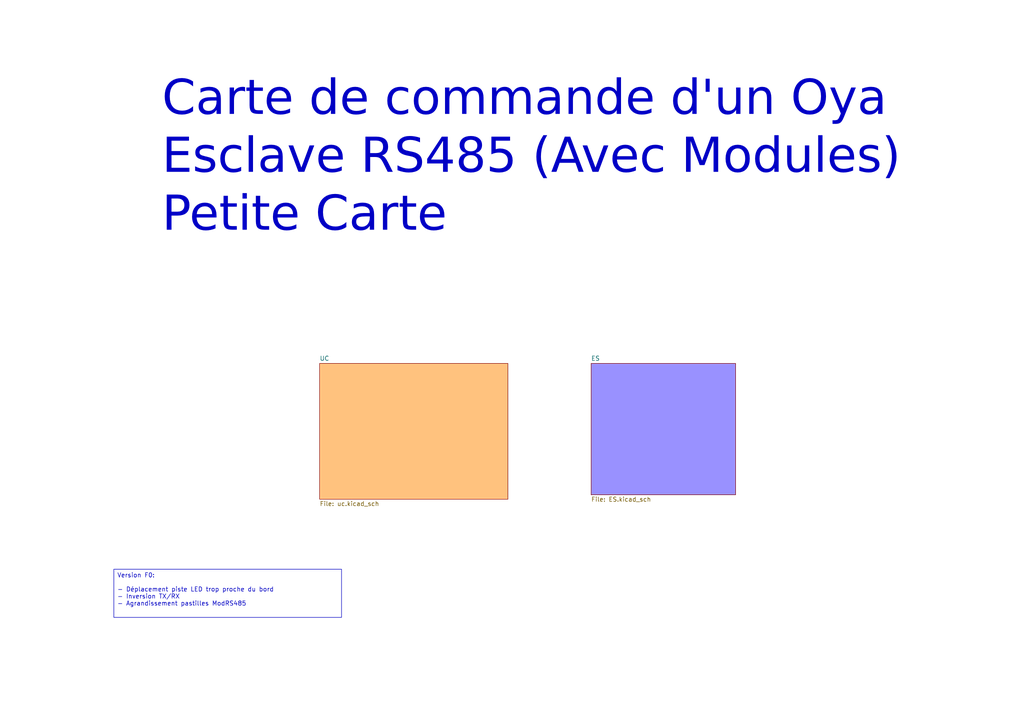
<source format=kicad_sch>
(kicad_sch (version 20230121) (generator eeschema)
  (paper "A4")
  (title_block (title "Carte de commande d'un OYA - Esclave RS485") (date "2024-05-17") (rev "F0") (company "BPC") (comment 1 "Technologie avec modules Arduino / Petite carte") (comment 2 "Monitoring de tension d'alimentation") (comment 3 "1 sortie 12V/5A - 2 entrées TOR - 1 débimètre - 1 LED - Temp - RS485"))
  (lib_symbols)
  (text_box "Version F0:\n\n- Déplacement piste LED trop proche du bord\n- Inversion TX/RX\n- Agrandissement pastilles ModRS485" (at 33.02 165.1 0) (size 66.04 13.97) (effects (font (size 1.27 1.27)) (justify left top)))
  (text "Carte de commande d'un Oya\nEsclave RS485 (Avec Modules)\nPetite Carte" (at 46.99 71.12 0) (effects (font (size 10 10)) (justify left bottom)))
  (sheet (at 92.71 105.41) (size 54.61 39.37) (stroke (width 0.1524)) (fill (color 255 194 126 1.0000))
    (property "Sheetname" "UC" (at 92.71 104.6984 0) (effects (justify left bottom)))
    (property "Sheetfile" "uc.kicad_sch" (at 92.71 145.3646 0) (effects (justify left top)))
  )
  (sheet (at 171.45 105.41) (size 41.91 38.1) (stroke (width 0.1524)) (fill (color 153 145 255 1.0000))
    (property "Sheetname" "ES" (at 171.45 104.6984 0) (effects (justify left bottom)))
    (property "Sheetfile" "ES.kicad_sch" (at 171.45 144.0946 0) (effects (justify left top)))
  )
)
</source>
